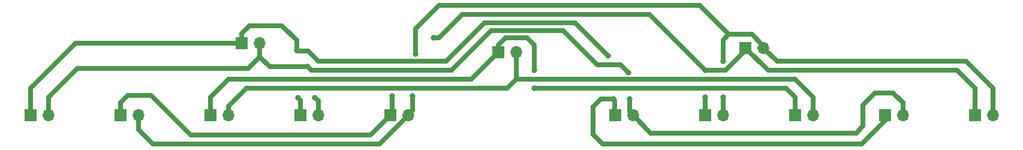
<source format=gtl>
G04 #@! TF.GenerationSoftware,KiCad,Pcbnew,(6.0.7)*
G04 #@! TF.CreationDate,2023-02-20T16:18:54-05:00*
G04 #@! TF.ProjectId,RGW LED board,52475720-4c45-4442-9062-6f6172642e6b,rev?*
G04 #@! TF.SameCoordinates,Original*
G04 #@! TF.FileFunction,Copper,L1,Top*
G04 #@! TF.FilePolarity,Positive*
%FSLAX46Y46*%
G04 Gerber Fmt 4.6, Leading zero omitted, Abs format (unit mm)*
G04 Created by KiCad (PCBNEW (6.0.7)) date 2023-02-20 16:18:54*
%MOMM*%
%LPD*%
G01*
G04 APERTURE LIST*
G04 #@! TA.AperFunction,ComponentPad*
%ADD10R,1.700000X1.700000*%
G04 #@! TD*
G04 #@! TA.AperFunction,ComponentPad*
%ADD11O,1.700000X1.700000*%
G04 #@! TD*
G04 #@! TA.AperFunction,ViaPad*
%ADD12C,0.800000*%
G04 #@! TD*
G04 #@! TA.AperFunction,Conductor*
%ADD13C,0.635000*%
G04 #@! TD*
G04 APERTURE END LIST*
D10*
G04 #@! TO.P,J8,1,Pin_1*
G04 #@! TO.N,/G-*
X165100000Y-43180000D03*
D11*
G04 #@! TO.P,J8,2,Pin_2*
G04 #@! TO.N,/G+*
X167640000Y-43180000D03*
G04 #@! TD*
D10*
G04 #@! TO.P,J2,1,Pin_1*
G04 #@! TO.N,/G-*
X203200000Y-43180000D03*
D11*
G04 #@! TO.P,J2,2,Pin_2*
G04 #@! TO.N,/G+*
X205740000Y-43180000D03*
G04 #@! TD*
D10*
G04 #@! TO.P,J13,1,Pin_1*
G04 #@! TO.N,/G-*
X82550000Y-43180000D03*
D11*
G04 #@! TO.P,J13,2,Pin_2*
G04 #@! TO.N,/G+*
X85090000Y-43180000D03*
G04 #@! TD*
D10*
G04 #@! TO.P,J3,1,Pin_1*
G04 #@! TO.N,/R-*
X99695000Y-33020000D03*
D11*
G04 #@! TO.P,J3,2,Pin_2*
G04 #@! TO.N,/R+*
X102235000Y-33020000D03*
G04 #@! TD*
D10*
G04 #@! TO.P,J12,1,Pin_1*
G04 #@! TO.N,/R-*
X190500000Y-43180000D03*
D11*
G04 #@! TO.P,J12,2,Pin_2*
G04 #@! TO.N,/R+*
X193040000Y-43180000D03*
G04 #@! TD*
D10*
G04 #@! TO.P,J7,1,Pin_1*
G04 #@! TO.N,/R-*
X152400000Y-43180000D03*
D11*
G04 #@! TO.P,J7,2,Pin_2*
G04 #@! TO.N,/R+*
X154940000Y-43180000D03*
G04 #@! TD*
D10*
G04 #@! TO.P,J11,1,Pin_1*
G04 #@! TO.N,/W-*
X95250000Y-43180000D03*
D11*
G04 #@! TO.P,J11,2,Pin_2*
G04 #@! TO.N,/W+*
X97790000Y-43180000D03*
G04 #@! TD*
D10*
G04 #@! TO.P,J10,1,Pin_1*
G04 #@! TO.N,/G-*
X120650000Y-43180000D03*
D11*
G04 #@! TO.P,J10,2,Pin_2*
G04 #@! TO.N,/G+*
X123190000Y-43180000D03*
G04 #@! TD*
D10*
G04 #@! TO.P,J6,1,Pin_1*
G04 #@! TO.N,/W-*
X135890000Y-34290000D03*
D11*
G04 #@! TO.P,J6,2,Pin_2*
G04 #@! TO.N,/W+*
X138430000Y-34290000D03*
G04 #@! TD*
D10*
G04 #@! TO.P,J9,1,Pin_1*
G04 #@! TO.N,/R-*
X69850000Y-43180000D03*
D11*
G04 #@! TO.P,J9,2,Pin_2*
G04 #@! TO.N,/R+*
X72390000Y-43180000D03*
G04 #@! TD*
D10*
G04 #@! TO.P,J4,1,Pin_1*
G04 #@! TO.N,/W-*
X177800000Y-43180000D03*
D11*
G04 #@! TO.P,J4,2,Pin_2*
G04 #@! TO.N,/W+*
X180340000Y-43180000D03*
G04 #@! TD*
D10*
G04 #@! TO.P,J5,1,Pin_1*
G04 #@! TO.N,/G-*
X170815000Y-33655000D03*
D11*
G04 #@! TO.P,J5,2,Pin_2*
G04 #@! TO.N,/G+*
X173355000Y-33655000D03*
G04 #@! TD*
D10*
G04 #@! TO.P,J1,1,Pin_1*
G04 #@! TO.N,/R-*
X107950000Y-43180000D03*
D11*
G04 #@! TO.P,J1,2,Pin_2*
G04 #@! TO.N,/R+*
X110490000Y-43180000D03*
G04 #@! TD*
D12*
G04 #@! TO.N,/R-*
X152146000Y-40894000D03*
X107442000Y-34036000D03*
X107645200Y-40741600D03*
X151384000Y-34798000D03*
G04 #@! TO.N,/R+*
X108966000Y-36322000D03*
X154432000Y-40894000D03*
X110032800Y-40690800D03*
X154330400Y-37183000D03*
G04 #@! TO.N,/G-*
X165100000Y-36830000D03*
X165100000Y-40640000D03*
X126759417Y-32271417D03*
X120904000Y-40439400D03*
G04 #@! TO.N,/G+*
X123850400Y-40439400D03*
X124206000Y-34544000D03*
X167640000Y-35560000D03*
X167640000Y-40640000D03*
G04 #@! TO.N,/W-*
X140970000Y-36830000D03*
X140970000Y-39370000D03*
G04 #@! TD*
D13*
G04 #@! TO.N,/R-*
X152349200Y-41097200D02*
X152349200Y-43129200D01*
X107442000Y-32613600D02*
X105359200Y-30530800D01*
X107950000Y-43180000D02*
X107950000Y-41046400D01*
X190500000Y-43942000D02*
X190500000Y-43180000D01*
X149301200Y-41960800D02*
X149301200Y-45872400D01*
X107950000Y-41046400D02*
X107645200Y-40741600D01*
X128524000Y-35560000D02*
X110490000Y-35560000D01*
X109067600Y-34137600D02*
X107442000Y-34137600D01*
X146739000Y-30153000D02*
X133931000Y-30153000D01*
X76200000Y-33020000D02*
X69850000Y-39370000D01*
X149301200Y-45872400D02*
X150672800Y-47244000D01*
X69850000Y-39370000D02*
X69850000Y-43180000D01*
X107442000Y-34036000D02*
X107442000Y-34137600D01*
X150672800Y-47244000D02*
X187198000Y-47244000D01*
X100787200Y-30530800D02*
X99695000Y-31623000D01*
X107442000Y-34137600D02*
X107442000Y-32613600D01*
X110490000Y-35560000D02*
X109067600Y-34137600D01*
X152349200Y-43129200D02*
X152400000Y-43180000D01*
X133931000Y-30153000D02*
X128524000Y-35560000D01*
X105359200Y-30530800D02*
X100787200Y-30530800D01*
X152146000Y-40894000D02*
X152349200Y-41097200D01*
X150368000Y-40894000D02*
X149301200Y-41960800D01*
X99695000Y-33020000D02*
X76200000Y-33020000D01*
X151384000Y-34798000D02*
X146739000Y-30153000D01*
X152146000Y-40894000D02*
X150368000Y-40894000D01*
X187198000Y-47244000D02*
X190500000Y-43942000D01*
X99695000Y-31623000D02*
X99695000Y-33020000D01*
G04 #@! TO.N,/R+*
X108966000Y-36322000D02*
X109474000Y-36830000D01*
X187401200Y-44704000D02*
X187401200Y-41757600D01*
X149860000Y-36068000D02*
X153215400Y-36068000D01*
X110032800Y-40690800D02*
X110490000Y-41148000D01*
X102235000Y-34925000D02*
X100584000Y-36576000D01*
X154432000Y-40894000D02*
X154432000Y-42672000D01*
X108966000Y-36322000D02*
X103632000Y-36322000D01*
X102235000Y-33020000D02*
X102235000Y-34925000D01*
X110490000Y-41148000D02*
X110490000Y-43180000D01*
X187401200Y-41757600D02*
X189128400Y-40030400D01*
X186436000Y-45669200D02*
X187401200Y-44704000D01*
X72390000Y-40640000D02*
X72390000Y-43180000D01*
X193040000Y-41402000D02*
X193040000Y-43180000D01*
X191668400Y-40030400D02*
X193040000Y-41402000D01*
X103632000Y-36322000D02*
X102235000Y-34925000D01*
X109474000Y-36830000D02*
X129286000Y-36830000D01*
X76454000Y-36576000D02*
X72390000Y-40640000D01*
X153215400Y-36068000D02*
X154330400Y-37183000D01*
X154432000Y-42672000D02*
X154940000Y-43180000D01*
X145034000Y-31242000D02*
X149860000Y-36068000D01*
X134874000Y-31242000D02*
X145034000Y-31242000D01*
X129286000Y-36830000D02*
X134874000Y-31242000D01*
X100584000Y-36576000D02*
X76454000Y-36576000D01*
X154940000Y-43180000D02*
X157429200Y-45669200D01*
X157429200Y-45669200D02*
X186436000Y-45669200D01*
X189128400Y-40030400D02*
X191668400Y-40030400D01*
G04 #@! TO.N,/G-*
X170815000Y-34036000D02*
X170815000Y-33655000D01*
X120904000Y-40439400D02*
X120904000Y-42926000D01*
X130810000Y-28956000D02*
X157226000Y-28956000D01*
X120650000Y-43180000D02*
X117856000Y-45974000D01*
X83566000Y-40386000D02*
X82550000Y-41402000D01*
X82550000Y-41402000D02*
X82550000Y-43180000D01*
X126759417Y-32271417D02*
X127494583Y-32271417D01*
X157226000Y-28956000D02*
X165100000Y-36830000D01*
X120904000Y-42926000D02*
X120650000Y-43180000D01*
X165100000Y-36830000D02*
X168021000Y-36830000D01*
X173990000Y-36830000D02*
X200660000Y-36830000D01*
X117856000Y-45974000D02*
X92456000Y-45974000D01*
X200660000Y-36830000D02*
X203200000Y-39370000D01*
X203200000Y-39370000D02*
X203200000Y-43180000D01*
X165100000Y-43180000D02*
X165100000Y-40640000D01*
X170815000Y-33655000D02*
X173990000Y-36830000D01*
X168021000Y-36830000D02*
X170815000Y-34036000D01*
X86868000Y-40386000D02*
X83566000Y-40386000D01*
X127494583Y-32271417D02*
X130810000Y-28956000D01*
X92456000Y-45974000D02*
X86868000Y-40386000D01*
G04 #@! TO.N,/G+*
X205740000Y-39370000D02*
X205740000Y-43180000D01*
X123850400Y-40439400D02*
X123850400Y-42519600D01*
X171704000Y-31750000D02*
X168452800Y-31750000D01*
X124206000Y-30988000D02*
X127508000Y-27686000D01*
X167640000Y-32562800D02*
X167640000Y-35560000D01*
X167640000Y-43180000D02*
X167640000Y-40640000D01*
X87122000Y-47244000D02*
X85090000Y-45212000D01*
X127508000Y-27686000D02*
X164388800Y-27686000D01*
X123850400Y-42519600D02*
X123190000Y-43180000D01*
X124206000Y-34544000D02*
X124206000Y-30988000D01*
X164388800Y-27686000D02*
X168452800Y-31750000D01*
X175260000Y-35560000D02*
X201930000Y-35560000D01*
X201930000Y-35560000D02*
X205740000Y-39370000D01*
X173355000Y-33655000D02*
X173355000Y-33401000D01*
X168452800Y-31750000D02*
X167640000Y-32562800D01*
X123190000Y-43180000D02*
X119126000Y-47244000D01*
X85090000Y-45212000D02*
X85090000Y-43180000D01*
X173355000Y-33401000D02*
X171704000Y-31750000D01*
X173355000Y-33655000D02*
X175260000Y-35560000D01*
X119126000Y-47244000D02*
X87122000Y-47244000D01*
G04 #@! TO.N,/W-*
X139954000Y-32258000D02*
X140970000Y-33274000D01*
X97790000Y-38100000D02*
X132080000Y-38100000D01*
X135890000Y-33274000D02*
X136906000Y-32258000D01*
X135890000Y-34290000D02*
X135890000Y-33274000D01*
X95250000Y-43180000D02*
X95250000Y-40640000D01*
X132080000Y-38100000D02*
X135890000Y-34290000D01*
X177800000Y-40640000D02*
X176530000Y-39370000D01*
X140970000Y-33274000D02*
X140970000Y-36830000D01*
X136906000Y-32258000D02*
X139954000Y-32258000D01*
X176530000Y-39370000D02*
X140970000Y-39370000D01*
X177800000Y-43180000D02*
X177800000Y-40640000D01*
X95250000Y-40640000D02*
X97790000Y-38100000D01*
G04 #@! TO.N,/W+*
X137160000Y-39370000D02*
X138430000Y-38100000D01*
X97790000Y-41910000D02*
X100330000Y-39370000D01*
X97790000Y-43180000D02*
X97790000Y-41910000D01*
X138430000Y-38100000D02*
X138430000Y-34290000D01*
X177800000Y-38100000D02*
X180340000Y-40640000D01*
X180340000Y-40640000D02*
X180340000Y-43180000D01*
X100330000Y-39370000D02*
X137160000Y-39370000D01*
X138430000Y-38100000D02*
X177800000Y-38100000D01*
G04 #@! TD*
M02*

</source>
